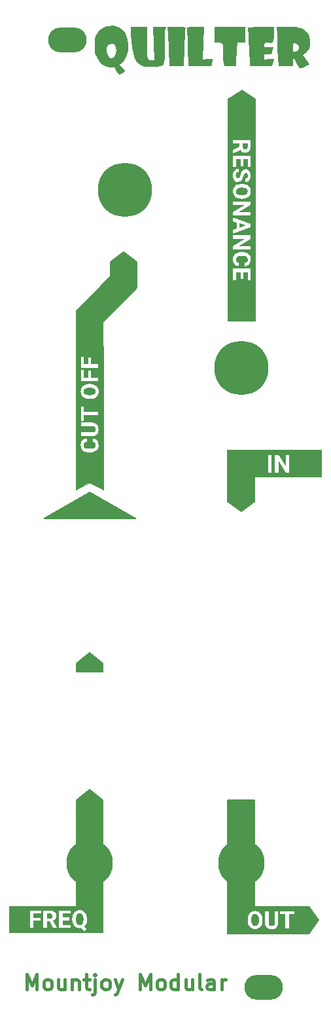
<source format=gbr>
%TF.GenerationSoftware,KiCad,Pcbnew,(6.0.11)*%
%TF.CreationDate,2023-03-02T10:52:13+00:00*%
%TF.ProjectId,Quilter_Panel,5175696c-7465-4725-9f50-616e656c2e6b,rev?*%
%TF.SameCoordinates,Original*%
%TF.FileFunction,Soldermask,Top*%
%TF.FilePolarity,Negative*%
%FSLAX46Y46*%
G04 Gerber Fmt 4.6, Leading zero omitted, Abs format (unit mm)*
G04 Created by KiCad (PCBNEW (6.0.11)) date 2023-03-02 10:52:13*
%MOMM*%
%LPD*%
G01*
G04 APERTURE LIST*
%ADD10C,0.200000*%
%ADD11C,0.100000*%
%ADD12C,0.400000*%
%ADD13C,7.000000*%
%ADD14O,5.000000X3.200000*%
%ADD15C,6.000000*%
G04 APERTURE END LIST*
D10*
G36*
X62082164Y-114780478D02*
G01*
X62082164Y-115880478D01*
X58682164Y-115880478D01*
X58682164Y-114780478D01*
X60400000Y-113480478D01*
X62082164Y-114780478D01*
G37*
X62082164Y-114780478D02*
X62082164Y-115880478D01*
X58682164Y-115880478D01*
X58682164Y-114780478D01*
X60400000Y-113480478D01*
X62082164Y-114780478D01*
D11*
G36*
X62200000Y-92400000D02*
G01*
X60400000Y-91400000D01*
X58600000Y-92400000D01*
X58600000Y-90200000D01*
X62200000Y-90200000D01*
X62200000Y-92400000D01*
G37*
X62200000Y-92400000D02*
X60400000Y-91400000D01*
X58600000Y-92400000D01*
X58600000Y-90200000D01*
X62200000Y-90200000D01*
X62200000Y-92400000D01*
G36*
X62021584Y-93523982D02*
G01*
X66299987Y-95989501D01*
X66299988Y-96089501D01*
X54499997Y-96089490D01*
X54499999Y-95989490D01*
X60400000Y-92589510D01*
X62021584Y-93523982D01*
G37*
X62021584Y-93523982D02*
X66299987Y-95989501D01*
X66299988Y-96089501D01*
X54499997Y-96089490D01*
X54499999Y-95989490D01*
X60400000Y-92589510D01*
X62021584Y-93523982D01*
D10*
G36*
X81699926Y-132490077D02*
G01*
X81694808Y-146320740D01*
X78294742Y-146316413D01*
X78299860Y-132489942D01*
X81699926Y-132490077D01*
G37*
X81699926Y-132490077D02*
X81694808Y-146320740D01*
X78294742Y-146316413D01*
X78299860Y-132489942D01*
X81699926Y-132490077D01*
G36*
X66475178Y-66281344D02*
G01*
X61075913Y-71679148D01*
X58671919Y-69274844D01*
X64074147Y-63874076D01*
X66475178Y-66281344D01*
G37*
X66475178Y-66281344D02*
X61075913Y-71679148D01*
X58671919Y-69274844D01*
X64074147Y-63874076D01*
X66475178Y-66281344D01*
G36*
X81700000Y-93850000D02*
G01*
X80000000Y-95150000D01*
X78300000Y-93850000D01*
X78300000Y-87300000D01*
X81700000Y-87300000D01*
X81700000Y-93850000D01*
G37*
X81700000Y-93850000D02*
X80000000Y-95150000D01*
X78300000Y-93850000D01*
X78300000Y-87300000D01*
X81700000Y-87300000D01*
X81700000Y-93850000D01*
G36*
X66500000Y-62895837D02*
G01*
X66500001Y-66195838D01*
X63099999Y-66195838D01*
X63100000Y-62895837D01*
X64800000Y-61595838D01*
X66500000Y-62895837D01*
G37*
X66500000Y-62895837D02*
X66500001Y-66195838D01*
X63099999Y-66195838D01*
X63100000Y-62895837D01*
X64800000Y-61595838D01*
X66500000Y-62895837D01*
G36*
X62100000Y-132464847D02*
G01*
X62100000Y-138864847D01*
X58700000Y-138864847D01*
X58700000Y-132464847D01*
X60400000Y-131164847D01*
X62100000Y-132464847D01*
G37*
X62100000Y-132464847D02*
X62100000Y-138864847D01*
X58700000Y-138864847D01*
X58700000Y-132464847D01*
X60400000Y-131164847D01*
X62100000Y-132464847D01*
G36*
X62127830Y-69295341D02*
G01*
X62129163Y-73743487D01*
X58670534Y-73743252D01*
X58669201Y-69290916D01*
X62127830Y-69295341D01*
G37*
X62127830Y-69295341D02*
X62129163Y-73743487D01*
X58670534Y-73743252D01*
X58669201Y-69290916D01*
X62127830Y-69295341D01*
G36*
X62100000Y-137600112D02*
G01*
X62097642Y-146251401D01*
X58697642Y-146246985D01*
X58700000Y-137599888D01*
X62100000Y-137600112D01*
G37*
X62100000Y-137600112D02*
X62097642Y-146251401D01*
X58697642Y-146246985D01*
X58700000Y-137599888D01*
X62100000Y-137600112D01*
D12*
X52238095Y-157004761D02*
X52238095Y-155004761D01*
X52904761Y-156433333D01*
X53571428Y-155004761D01*
X53571428Y-157004761D01*
X54809523Y-157004761D02*
X54619047Y-156909523D01*
X54523809Y-156814285D01*
X54428571Y-156623809D01*
X54428571Y-156052380D01*
X54523809Y-155861904D01*
X54619047Y-155766666D01*
X54809523Y-155671428D01*
X55095238Y-155671428D01*
X55285714Y-155766666D01*
X55380952Y-155861904D01*
X55476190Y-156052380D01*
X55476190Y-156623809D01*
X55380952Y-156814285D01*
X55285714Y-156909523D01*
X55095238Y-157004761D01*
X54809523Y-157004761D01*
X57190476Y-155671428D02*
X57190476Y-157004761D01*
X56333333Y-155671428D02*
X56333333Y-156719047D01*
X56428571Y-156909523D01*
X56619047Y-157004761D01*
X56904761Y-157004761D01*
X57095238Y-156909523D01*
X57190476Y-156814285D01*
X58142857Y-155671428D02*
X58142857Y-157004761D01*
X58142857Y-155861904D02*
X58238095Y-155766666D01*
X58428571Y-155671428D01*
X58714285Y-155671428D01*
X58904761Y-155766666D01*
X59000000Y-155957142D01*
X59000000Y-157004761D01*
X59666666Y-155671428D02*
X60428571Y-155671428D01*
X59952380Y-155004761D02*
X59952380Y-156719047D01*
X60047619Y-156909523D01*
X60238095Y-157004761D01*
X60428571Y-157004761D01*
X61095238Y-155671428D02*
X61095238Y-157385714D01*
X61000000Y-157576190D01*
X60809523Y-157671428D01*
X60714285Y-157671428D01*
X61095238Y-155004761D02*
X61000000Y-155100000D01*
X61095238Y-155195238D01*
X61190476Y-155100000D01*
X61095238Y-155004761D01*
X61095238Y-155195238D01*
X62333333Y-157004761D02*
X62142857Y-156909523D01*
X62047619Y-156814285D01*
X61952380Y-156623809D01*
X61952380Y-156052380D01*
X62047619Y-155861904D01*
X62142857Y-155766666D01*
X62333333Y-155671428D01*
X62619047Y-155671428D01*
X62809523Y-155766666D01*
X62904761Y-155861904D01*
X63000000Y-156052380D01*
X63000000Y-156623809D01*
X62904761Y-156814285D01*
X62809523Y-156909523D01*
X62619047Y-157004761D01*
X62333333Y-157004761D01*
X63666666Y-155671428D02*
X64142857Y-157004761D01*
X64619047Y-155671428D02*
X64142857Y-157004761D01*
X63952380Y-157480952D01*
X63857142Y-157576190D01*
X63666666Y-157671428D01*
X66904761Y-157004761D02*
X66904761Y-155004761D01*
X67571428Y-156433333D01*
X68238095Y-155004761D01*
X68238095Y-157004761D01*
X69476190Y-157004761D02*
X69285714Y-156909523D01*
X69190476Y-156814285D01*
X69095238Y-156623809D01*
X69095238Y-156052380D01*
X69190476Y-155861904D01*
X69285714Y-155766666D01*
X69476190Y-155671428D01*
X69761904Y-155671428D01*
X69952380Y-155766666D01*
X70047619Y-155861904D01*
X70142857Y-156052380D01*
X70142857Y-156623809D01*
X70047619Y-156814285D01*
X69952380Y-156909523D01*
X69761904Y-157004761D01*
X69476190Y-157004761D01*
X71857142Y-157004761D02*
X71857142Y-155004761D01*
X71857142Y-156909523D02*
X71666666Y-157004761D01*
X71285714Y-157004761D01*
X71095238Y-156909523D01*
X71000000Y-156814285D01*
X70904761Y-156623809D01*
X70904761Y-156052380D01*
X71000000Y-155861904D01*
X71095238Y-155766666D01*
X71285714Y-155671428D01*
X71666666Y-155671428D01*
X71857142Y-155766666D01*
X73666666Y-155671428D02*
X73666666Y-157004761D01*
X72809523Y-155671428D02*
X72809523Y-156719047D01*
X72904761Y-156909523D01*
X73095238Y-157004761D01*
X73380952Y-157004761D01*
X73571428Y-156909523D01*
X73666666Y-156814285D01*
X74904761Y-157004761D02*
X74714285Y-156909523D01*
X74619047Y-156719047D01*
X74619047Y-155004761D01*
X76523809Y-157004761D02*
X76523809Y-155957142D01*
X76428571Y-155766666D01*
X76238095Y-155671428D01*
X75857142Y-155671428D01*
X75666666Y-155766666D01*
X76523809Y-156909523D02*
X76333333Y-157004761D01*
X75857142Y-157004761D01*
X75666666Y-156909523D01*
X75571428Y-156719047D01*
X75571428Y-156528571D01*
X75666666Y-156338095D01*
X75857142Y-156242857D01*
X76333333Y-156242857D01*
X76523809Y-156147619D01*
X77476190Y-157004761D02*
X77476190Y-155671428D01*
X77476190Y-156052380D02*
X77571428Y-155861904D01*
X77666666Y-155766666D01*
X77857142Y-155671428D01*
X78047619Y-155671428D01*
%TO.C,kibuzzard-6400749B*%
G36*
X58578923Y-90180121D02*
G01*
X58578923Y-86596360D01*
X59240381Y-86596360D01*
X59255109Y-86776797D01*
X59299292Y-86941903D01*
X59372931Y-87091679D01*
X59534355Y-87280233D01*
X59753528Y-87419566D01*
X59927505Y-87483300D01*
X60118708Y-87521541D01*
X60327136Y-87534288D01*
X60465112Y-87534288D01*
X60706522Y-87518736D01*
X60920705Y-87472082D01*
X61107660Y-87394325D01*
X61267389Y-87285465D01*
X61395240Y-87149476D01*
X61486562Y-86990328D01*
X61541355Y-86808024D01*
X61559619Y-86602561D01*
X61536365Y-86355117D01*
X61466602Y-86141952D01*
X61350330Y-85963066D01*
X61193578Y-85825348D01*
X61002375Y-85735689D01*
X60776721Y-85694090D01*
X60776721Y-86159178D01*
X60955974Y-86197354D01*
X61081354Y-86280876D01*
X61155186Y-86414395D01*
X61179797Y-86602561D01*
X61137552Y-86809332D01*
X61010815Y-86952153D01*
X60876284Y-87013734D01*
X60698001Y-87050682D01*
X60475964Y-87062998D01*
X60305432Y-87062998D01*
X60092267Y-87048443D01*
X59919926Y-87008910D01*
X59788409Y-86944401D01*
X59663417Y-86799642D01*
X59621753Y-86596360D01*
X59646364Y-86409744D01*
X59720197Y-86277775D01*
X59848677Y-86195028D01*
X60037231Y-86156077D01*
X60037231Y-85690989D01*
X59803826Y-85738187D01*
X59607973Y-85830171D01*
X59449670Y-85966941D01*
X59333398Y-86142986D01*
X59263635Y-86352792D01*
X59240381Y-86596360D01*
X58578923Y-86596360D01*
X58578923Y-85410386D01*
X59271387Y-85410386D01*
X60775171Y-85410386D01*
X61001686Y-85381964D01*
X61193405Y-85302899D01*
X61350330Y-85173191D01*
X61466602Y-85000075D01*
X61536365Y-84790786D01*
X61559619Y-84545323D01*
X61535676Y-84296501D01*
X61463845Y-84085402D01*
X61344128Y-83912028D01*
X61183242Y-83783268D01*
X60987906Y-83706011D01*
X60758118Y-83680259D01*
X59271387Y-83680259D01*
X59271387Y-84146897D01*
X60773621Y-84146897D01*
X60954036Y-84174124D01*
X61082904Y-84249604D01*
X61160225Y-84373337D01*
X61185999Y-84545323D01*
X61160612Y-84712561D01*
X61084454Y-84839103D01*
X60952873Y-84918749D01*
X60761218Y-84945298D01*
X59271387Y-84945298D01*
X59271387Y-85410386D01*
X58578923Y-85410386D01*
X58578923Y-83438413D01*
X59271387Y-83438413D01*
X59648108Y-83438413D01*
X59648108Y-82756285D01*
X61528613Y-82756285D01*
X61528613Y-82291197D01*
X59648108Y-82291197D01*
X59648108Y-81599766D01*
X59271387Y-81599766D01*
X59271387Y-83438413D01*
X58578923Y-83438413D01*
X58578923Y-79651048D01*
X59240381Y-79651048D01*
X59255453Y-79832174D01*
X59300670Y-79999347D01*
X59376031Y-80152568D01*
X59479557Y-80287788D01*
X59609264Y-80400959D01*
X59765155Y-80492082D01*
X59943008Y-80558830D01*
X60138603Y-80598880D01*
X60351941Y-80612229D01*
X60463562Y-80612229D01*
X60672249Y-80597932D01*
X60864227Y-80557108D01*
X61039496Y-80489756D01*
X61193578Y-80398117D01*
X61321994Y-80284429D01*
X61424744Y-80148692D01*
X61499674Y-79995213D01*
X61544633Y-79828298D01*
X61559619Y-79647947D01*
X61544461Y-79465960D01*
X61498985Y-79298270D01*
X61423193Y-79144877D01*
X61319496Y-79009916D01*
X61190305Y-78897519D01*
X61035620Y-78807688D01*
X60859059Y-78742232D01*
X60664239Y-78702957D01*
X60451160Y-78689866D01*
X60350391Y-78689866D01*
X60137914Y-78703216D01*
X59942836Y-78743265D01*
X59765155Y-78810014D01*
X59609264Y-78901137D01*
X59479557Y-79014308D01*
X59376031Y-79149528D01*
X59300670Y-79302749D01*
X59255453Y-79469922D01*
X59240381Y-79651048D01*
X58578923Y-79651048D01*
X58578923Y-78351902D01*
X59271387Y-78351902D01*
X61528613Y-78351902D01*
X61528613Y-77886814D01*
X60606189Y-77886814D01*
X60606189Y-76993846D01*
X60231018Y-76993846D01*
X60231018Y-77886814D01*
X59648108Y-77886814D01*
X59648108Y-76882225D01*
X59271387Y-76882225D01*
X59271387Y-78351902D01*
X58578923Y-78351902D01*
X58578923Y-76612474D01*
X59271387Y-76612474D01*
X61528613Y-76612474D01*
X61528613Y-76147386D01*
X60606189Y-76147386D01*
X60606189Y-75254417D01*
X60231018Y-75254417D01*
X60231018Y-76147386D01*
X59648108Y-76147386D01*
X59648108Y-75142796D01*
X59271387Y-75142796D01*
X59271387Y-76612474D01*
X58578923Y-76612474D01*
X58578923Y-73819879D01*
X62221077Y-73819879D01*
X62221077Y-90180121D01*
X58578923Y-90180121D01*
G37*
G36*
X60674832Y-79175969D02*
G01*
X60853375Y-79218344D01*
X60994537Y-79288279D01*
X61132320Y-79440983D01*
X61178247Y-79647947D01*
X61130576Y-79858787D01*
X60987561Y-80013816D01*
X60843212Y-80084441D01*
X60664411Y-80126815D01*
X60451160Y-80140940D01*
X60341089Y-80140940D01*
X60125340Y-80125954D01*
X59947314Y-80083063D01*
X59807013Y-80012266D01*
X59670393Y-79858399D01*
X59624854Y-79651048D01*
X59670975Y-79442533D01*
X59809338Y-79288279D01*
X59951276Y-79217655D01*
X60131110Y-79175280D01*
X60348840Y-79161155D01*
X60458911Y-79161155D01*
X60674832Y-79175969D01*
G37*
%TO.C,G\u002A\u002A\u002A*%
G36*
X72179778Y-32530985D02*
G01*
X72524342Y-32541528D01*
X72718791Y-32569349D01*
X72800956Y-32622835D01*
X72808668Y-32710370D01*
X72793150Y-32783334D01*
X72770764Y-32970866D01*
X72743793Y-33345358D01*
X72714381Y-33868092D01*
X72684671Y-34500349D01*
X72656806Y-35203412D01*
X72652541Y-35323334D01*
X72572592Y-37609334D01*
X70709111Y-37609334D01*
X70634108Y-35379778D01*
X70607903Y-34672623D01*
X70579400Y-34025383D01*
X70550745Y-33478648D01*
X70524082Y-33073005D01*
X70501554Y-32849046D01*
X70499916Y-32839778D01*
X70440727Y-32529334D01*
X71647268Y-32529334D01*
X72179778Y-32530985D01*
G37*
G36*
X84258152Y-33347778D02*
G01*
X84231501Y-33898345D01*
X84196454Y-34260868D01*
X84131778Y-34472717D01*
X84016239Y-34571259D01*
X83828604Y-34593864D01*
X83558761Y-34578661D01*
X83223003Y-34562909D01*
X83054569Y-34593030D01*
X82995908Y-34694693D01*
X82989333Y-34832661D01*
X83005634Y-35004896D01*
X83092698Y-35091798D01*
X83307768Y-35122367D01*
X83567889Y-35125778D01*
X84146444Y-35125778D01*
X84075889Y-35478556D01*
X84026274Y-35755343D01*
X84005336Y-35929184D01*
X84005333Y-35930111D01*
X83904407Y-35989027D01*
X83649061Y-36024362D01*
X83497333Y-36028889D01*
X83185039Y-36038423D01*
X83037136Y-36095125D01*
X82992291Y-36241145D01*
X82989333Y-36378004D01*
X82989333Y-36727118D01*
X83610203Y-36688448D01*
X84231072Y-36649778D01*
X84159820Y-37044889D01*
X84099441Y-37332071D01*
X84045638Y-37513853D01*
X84040288Y-37524667D01*
X83915533Y-37556495D01*
X83609153Y-37582860D01*
X83165278Y-37601263D01*
X82628044Y-37609200D01*
X82546549Y-37609334D01*
X81101089Y-37609334D01*
X81018434Y-35219816D01*
X80991189Y-34501367D01*
X80962143Y-33855008D01*
X80933264Y-33316382D01*
X80906524Y-32921129D01*
X80883893Y-32704892D01*
X80878034Y-32679816D01*
X80895476Y-32621006D01*
X81018464Y-32579067D01*
X81274624Y-32551524D01*
X81691585Y-32535901D01*
X82296974Y-32529723D01*
X82557612Y-32529334D01*
X84294936Y-32529334D01*
X84258152Y-33347778D01*
G37*
G36*
X84692664Y-34368770D02*
G01*
X84668874Y-33718933D01*
X84652174Y-33180821D01*
X84643527Y-32787209D01*
X84643894Y-32570875D01*
X84647478Y-32539727D01*
X84766568Y-32521299D01*
X85065877Y-32505415D01*
X85499850Y-32493799D01*
X86008125Y-32488232D01*
X86621768Y-32492245D01*
X87065971Y-32514812D01*
X87396776Y-32562904D01*
X87670225Y-32643489D01*
X87843555Y-32716504D01*
X88361699Y-33005621D01*
X88693663Y-33335451D01*
X88878570Y-33761344D01*
X88952417Y-34285309D01*
X88967043Y-34714575D01*
X88931044Y-35011602D01*
X88825053Y-35267751D01*
X88701934Y-35466995D01*
X88511589Y-35730895D01*
X88364266Y-35893242D01*
X88321731Y-35917729D01*
X88163121Y-35973202D01*
X88078732Y-36020691D01*
X88019404Y-36110245D01*
X88073295Y-36265291D01*
X88258640Y-36524019D01*
X88403472Y-36700815D01*
X88641501Y-36997296D01*
X88800334Y-37218950D01*
X88845723Y-37317963D01*
X88845629Y-37318050D01*
X88729449Y-37385593D01*
X88473069Y-37520525D01*
X88221286Y-37648605D01*
X87875558Y-37809108D01*
X87668038Y-37862883D01*
X87544172Y-37820759D01*
X87513516Y-37789063D01*
X87393164Y-37611944D01*
X87210968Y-37309269D01*
X87053164Y-37030655D01*
X86718756Y-36424000D01*
X86714666Y-37609334D01*
X84830901Y-37609334D01*
X84733641Y-35354029D01*
X86714850Y-35354029D01*
X86739786Y-35616353D01*
X86782147Y-35720074D01*
X86942021Y-35741932D01*
X87189214Y-35655497D01*
X87363778Y-35545987D01*
X87496211Y-35320266D01*
X87469893Y-35035745D01*
X87299101Y-34778664D01*
X87227631Y-34723539D01*
X86992289Y-34615304D01*
X86832520Y-34614710D01*
X86765450Y-34760319D01*
X86724815Y-35037721D01*
X86714850Y-35354029D01*
X84733641Y-35354029D01*
X84722581Y-35097556D01*
X84692664Y-34368770D01*
G37*
G36*
X67805778Y-34420196D02*
G01*
X67811119Y-35219606D01*
X67832040Y-35820909D01*
X67875887Y-36251625D01*
X67950008Y-36539273D01*
X68061748Y-36711374D01*
X68218454Y-36795449D01*
X68427473Y-36819016D01*
X68446171Y-36819111D01*
X68796400Y-36819111D01*
X68714748Y-34674223D01*
X68633096Y-32529334D01*
X70261111Y-32529334D01*
X70190555Y-32882111D01*
X70167804Y-33106963D01*
X70148104Y-33513820D01*
X70132730Y-34058917D01*
X70122956Y-34698489D01*
X70120000Y-35305251D01*
X70120658Y-36083027D01*
X70110121Y-36664616D01*
X70069617Y-37079483D01*
X69980376Y-37357090D01*
X69823628Y-37526902D01*
X69580604Y-37618383D01*
X69232532Y-37660997D01*
X68760644Y-37684207D01*
X68599870Y-37691426D01*
X68085670Y-37708355D01*
X67725995Y-37694581D01*
X67450557Y-37640235D01*
X67189067Y-37535444D01*
X67072000Y-37476866D01*
X66765245Y-37290252D01*
X66516845Y-37062799D01*
X66317874Y-36767429D01*
X66159406Y-36377066D01*
X66032515Y-35864634D01*
X65928277Y-35203054D01*
X65837764Y-34365251D01*
X65766705Y-33517111D01*
X65690629Y-32529334D01*
X66748203Y-32529307D01*
X67805778Y-32529280D01*
X67805778Y-34420196D01*
G37*
G36*
X75144466Y-34632821D02*
G01*
X75061445Y-36736309D01*
X75705665Y-36682885D01*
X76349885Y-36629462D01*
X76282942Y-36964175D01*
X76234132Y-37257496D01*
X76216000Y-37454111D01*
X76172835Y-37519046D01*
X76022960Y-37563881D01*
X75735806Y-37591766D01*
X75280805Y-37605852D01*
X74709491Y-37609334D01*
X73202982Y-37609334D01*
X73124741Y-35236680D01*
X73098392Y-34519447D01*
X73069544Y-33873113D01*
X73040221Y-33333796D01*
X73012450Y-32937614D01*
X72988256Y-32720685D01*
X72982283Y-32696680D01*
X72984572Y-32620300D01*
X73085198Y-32570818D01*
X73319320Y-32542840D01*
X73722098Y-32530970D01*
X74072777Y-32529334D01*
X75227487Y-32529334D01*
X75144466Y-34632821D01*
G37*
G36*
X80576930Y-32783334D02*
G01*
X80541434Y-33025965D01*
X80516248Y-33407301D01*
X80507319Y-33799334D01*
X80505778Y-34561334D01*
X79522907Y-34561334D01*
X79449898Y-35425033D01*
X79412415Y-35962757D01*
X79386074Y-36520721D01*
X79376889Y-36949033D01*
X79376889Y-37609334D01*
X78599833Y-37609334D01*
X78186203Y-37602780D01*
X77944313Y-37572319D01*
X77820255Y-37501749D01*
X77760122Y-37374869D01*
X77754708Y-37355334D01*
X77724825Y-37134146D01*
X77701263Y-36752078D01*
X77687377Y-36274008D01*
X77685097Y-36009900D01*
X77677612Y-35518962D01*
X77658790Y-35101539D01*
X77631930Y-34817413D01*
X77615033Y-34739900D01*
X77472691Y-34613176D01*
X77153491Y-34563085D01*
X77050589Y-34561334D01*
X76554666Y-34561334D01*
X76554666Y-32529334D01*
X80644999Y-32529334D01*
X80576930Y-32783334D01*
G37*
G36*
X61036115Y-34956445D02*
G01*
X61041786Y-34444277D01*
X61072581Y-34086283D01*
X61142531Y-33811133D01*
X61265665Y-33547493D01*
X61338262Y-33420237D01*
X61671131Y-32954777D01*
X62057406Y-32648418D01*
X62571098Y-32447895D01*
X62752552Y-32402374D01*
X63431113Y-32353911D01*
X64065789Y-32511734D01*
X64617292Y-32856397D01*
X65046333Y-33368455D01*
X65166473Y-33597108D01*
X65327007Y-34148681D01*
X65387259Y-34815988D01*
X65349091Y-35513409D01*
X65214367Y-36155328D01*
X65104530Y-36443600D01*
X64896729Y-36809266D01*
X64659730Y-37111691D01*
X64526353Y-37228303D01*
X64220107Y-37428963D01*
X64655631Y-37794608D01*
X64893235Y-38009826D01*
X65026557Y-38162040D01*
X65037355Y-38203573D01*
X64917165Y-38290502D01*
X64688906Y-38449977D01*
X64633600Y-38488187D01*
X64283644Y-38729481D01*
X63969825Y-38401925D01*
X63766934Y-38129000D01*
X63718499Y-37914856D01*
X63723571Y-37898295D01*
X63726389Y-37794159D01*
X63602613Y-37740484D01*
X63308503Y-37722468D01*
X63202012Y-37721801D01*
X62604569Y-37652244D01*
X62109793Y-37428593D01*
X61682439Y-37026953D01*
X61287572Y-36424000D01*
X61159871Y-36146045D01*
X61083202Y-35839169D01*
X61053507Y-35518004D01*
X62631703Y-35518004D01*
X62689756Y-35960926D01*
X62843960Y-36321311D01*
X63064382Y-36545697D01*
X63233778Y-36593334D01*
X63449252Y-36505207D01*
X63645101Y-36302211D01*
X63772731Y-35980743D01*
X63828656Y-35574630D01*
X63809969Y-35177233D01*
X63713765Y-34881910D01*
X63690325Y-34849571D01*
X63473513Y-34717425D01*
X63233778Y-34674223D01*
X62906349Y-34752012D01*
X62709851Y-34995440D01*
X62633514Y-35419599D01*
X62631703Y-35518004D01*
X61053507Y-35518004D01*
X61045813Y-35434787D01*
X61036115Y-34956445D01*
G37*
%TO.C,kibuzzard-63FBA5D0*%
G36*
X78203248Y-146178923D02*
G01*
X88882700Y-146178923D01*
X90096752Y-148000000D01*
X88882700Y-149821077D01*
X78203248Y-149821077D01*
X78203248Y-148063562D01*
X80849082Y-148063562D01*
X80863379Y-148272249D01*
X80904203Y-148464227D01*
X80971555Y-148639496D01*
X81063194Y-148793578D01*
X81176883Y-148921994D01*
X81312619Y-149024744D01*
X81466098Y-149099674D01*
X81633013Y-149144633D01*
X81813364Y-149159619D01*
X81995351Y-149144461D01*
X82163041Y-149098985D01*
X82316434Y-149023193D01*
X82451396Y-148919496D01*
X82563792Y-148790305D01*
X82653623Y-148635620D01*
X82719080Y-148459059D01*
X82735991Y-148375171D01*
X83087705Y-148375171D01*
X83116127Y-148601686D01*
X83195192Y-148793405D01*
X83324900Y-148950330D01*
X83498016Y-149066602D01*
X83707305Y-149136365D01*
X83952768Y-149159619D01*
X84201590Y-149135676D01*
X84412689Y-149063845D01*
X84586063Y-148944128D01*
X84714823Y-148783242D01*
X84792080Y-148587906D01*
X84817832Y-148358118D01*
X84817832Y-147248108D01*
X85059677Y-147248108D01*
X85741806Y-147248108D01*
X85741806Y-149128613D01*
X86206894Y-149128613D01*
X86206894Y-147248108D01*
X86898325Y-147248108D01*
X86898325Y-146871387D01*
X85059677Y-146871387D01*
X85059677Y-147248108D01*
X84817832Y-147248108D01*
X84817832Y-146871387D01*
X84351194Y-146871387D01*
X84351194Y-148373621D01*
X84323967Y-148554036D01*
X84248487Y-148682904D01*
X84124754Y-148760225D01*
X83952768Y-148785999D01*
X83785530Y-148760612D01*
X83658988Y-148684454D01*
X83579341Y-148552873D01*
X83552793Y-148361218D01*
X83552793Y-146871387D01*
X83087705Y-146871387D01*
X83087705Y-148375171D01*
X82735991Y-148375171D01*
X82758354Y-148264239D01*
X82771445Y-148051160D01*
X82771445Y-147950391D01*
X82758095Y-147737914D01*
X82718046Y-147542836D01*
X82651297Y-147365155D01*
X82560175Y-147209264D01*
X82447003Y-147079557D01*
X82311783Y-146976031D01*
X82158563Y-146900670D01*
X81991389Y-146855453D01*
X81810263Y-146840381D01*
X81629138Y-146855453D01*
X81461964Y-146900670D01*
X81308744Y-146976031D01*
X81173524Y-147079557D01*
X81060352Y-147209264D01*
X80969229Y-147365155D01*
X80902481Y-147543008D01*
X80862432Y-147738603D01*
X80849082Y-147951941D01*
X80849082Y-148063562D01*
X78203248Y-148063562D01*
X78203248Y-146178923D01*
G37*
G36*
X82018778Y-147270975D02*
G01*
X82173032Y-147409338D01*
X82243656Y-147551276D01*
X82286031Y-147731110D01*
X82300156Y-147948840D01*
X82300156Y-148058911D01*
X82285342Y-148274832D01*
X82242967Y-148453375D01*
X82173032Y-148594537D01*
X82020328Y-148732320D01*
X81813364Y-148778247D01*
X81602524Y-148730576D01*
X81447495Y-148587561D01*
X81376870Y-148443212D01*
X81334496Y-148264411D01*
X81320371Y-148051160D01*
X81320371Y-147941089D01*
X81335357Y-147725340D01*
X81378248Y-147547314D01*
X81449045Y-147407013D01*
X81602912Y-147270393D01*
X81810263Y-147224854D01*
X82018778Y-147270975D01*
G37*
%TO.C,kibuzzard-63FBD1AD*%
G36*
X80851892Y-47962568D02*
G01*
X80829025Y-48125930D01*
X80760425Y-48240845D01*
X80651904Y-48308865D01*
X80509277Y-48331538D01*
X80369557Y-48307508D01*
X80263556Y-48235419D01*
X80196700Y-48119535D01*
X80174414Y-47964118D01*
X80174414Y-47588947D01*
X80851892Y-47588947D01*
X80851892Y-47962568D01*
G37*
G36*
X80374660Y-53305911D02*
G01*
X80552686Y-53348802D01*
X80692987Y-53419599D01*
X80829607Y-53573466D01*
X80875146Y-53780817D01*
X80829025Y-53989332D01*
X80690662Y-54143586D01*
X80548724Y-54214210D01*
X80368890Y-54256585D01*
X80151160Y-54270710D01*
X80041089Y-54270710D01*
X79825168Y-54255896D01*
X79646625Y-54213521D01*
X79505463Y-54143586D01*
X79367680Y-53990882D01*
X79321753Y-53783918D01*
X79369424Y-53573078D01*
X79512439Y-53418049D01*
X79656788Y-53347424D01*
X79835589Y-53305050D01*
X80048840Y-53290925D01*
X80158911Y-53290925D01*
X80374660Y-53305911D01*
G37*
G36*
X80100000Y-40618141D02*
G01*
X81921077Y-41832193D01*
X81921077Y-70581859D01*
X78278923Y-70581859D01*
X78278923Y-65290192D01*
X78971387Y-65290192D01*
X79345007Y-65290192D01*
X79345007Y-64242194D01*
X79949622Y-64242194D01*
X79949622Y-65135163D01*
X80313940Y-65135163D01*
X80313940Y-64242194D01*
X80851892Y-64242194D01*
X80851892Y-65287092D01*
X81228613Y-65287092D01*
X81228613Y-63777106D01*
X78971387Y-63777106D01*
X78971387Y-65290192D01*
X78278923Y-65290192D01*
X78278923Y-62563227D01*
X78940381Y-62563227D01*
X78963635Y-62810671D01*
X79033398Y-63023836D01*
X79149670Y-63202723D01*
X79306422Y-63340441D01*
X79497625Y-63430099D01*
X79723279Y-63471699D01*
X79723279Y-63006611D01*
X79544026Y-62968435D01*
X79418646Y-62884913D01*
X79344814Y-62751394D01*
X79320203Y-62563227D01*
X79362448Y-62356457D01*
X79489185Y-62213636D01*
X79623716Y-62152055D01*
X79801999Y-62115106D01*
X80024036Y-62102790D01*
X80194568Y-62102790D01*
X80407733Y-62117346D01*
X80580074Y-62156878D01*
X80711591Y-62221387D01*
X80836583Y-62366146D01*
X80878247Y-62569428D01*
X80853636Y-62756045D01*
X80779803Y-62888013D01*
X80651323Y-62970760D01*
X80462769Y-63009711D01*
X80462769Y-63474799D01*
X80696174Y-63427601D01*
X80892027Y-63335617D01*
X81050330Y-63198847D01*
X81166602Y-63022803D01*
X81236365Y-62812996D01*
X81259619Y-62569428D01*
X81244891Y-62388991D01*
X81200708Y-62223885D01*
X81127069Y-62074110D01*
X80965645Y-61885555D01*
X80746472Y-61746223D01*
X80572495Y-61682488D01*
X80381292Y-61644248D01*
X80172864Y-61631501D01*
X80034888Y-61631501D01*
X79793478Y-61647052D01*
X79579295Y-61693706D01*
X79392340Y-61771463D01*
X79232611Y-61880323D01*
X79104760Y-62016313D01*
X79013438Y-62175460D01*
X78958645Y-62357765D01*
X78940381Y-62563227D01*
X78278923Y-62563227D01*
X78278923Y-61293537D01*
X78971387Y-61293537D01*
X81228613Y-61293537D01*
X81228613Y-60829999D01*
X79740332Y-60829999D01*
X81228613Y-59923078D01*
X81228613Y-59457990D01*
X78971387Y-59457990D01*
X78971387Y-59923078D01*
X80456567Y-59923078D01*
X78971387Y-60828449D01*
X78971387Y-61293537D01*
X78278923Y-61293537D01*
X78278923Y-57625544D01*
X78971387Y-57625544D01*
X79436475Y-57780573D01*
X79436475Y-58596027D01*
X78971387Y-58752607D01*
X78971387Y-59247150D01*
X81228613Y-58402241D01*
X81228613Y-57971259D01*
X78971387Y-57131000D01*
X78971387Y-57625544D01*
X78278923Y-57625544D01*
X78278923Y-56915510D01*
X78971387Y-56915510D01*
X81228613Y-56915510D01*
X81228613Y-56451972D01*
X79740332Y-56451972D01*
X81228613Y-55545051D01*
X81228613Y-55079963D01*
X78971387Y-55079963D01*
X78971387Y-55545051D01*
X80456567Y-55545051D01*
X78971387Y-56450422D01*
X78971387Y-56915510D01*
X78278923Y-56915510D01*
X78278923Y-53783918D01*
X78940381Y-53783918D01*
X78955539Y-53965905D01*
X79001015Y-54133595D01*
X79076807Y-54286988D01*
X79180504Y-54421950D01*
X79309695Y-54534346D01*
X79464380Y-54624177D01*
X79640941Y-54689634D01*
X79835761Y-54728908D01*
X80048840Y-54741999D01*
X80149609Y-54741999D01*
X80362086Y-54728649D01*
X80557164Y-54688600D01*
X80734845Y-54621851D01*
X80890736Y-54530728D01*
X81020443Y-54417557D01*
X81123969Y-54282337D01*
X81199330Y-54129116D01*
X81244547Y-53961943D01*
X81259619Y-53780817D01*
X81244547Y-53599691D01*
X81199330Y-53432518D01*
X81123969Y-53279298D01*
X81020443Y-53144078D01*
X80890736Y-53030906D01*
X80734845Y-52939783D01*
X80556992Y-52873035D01*
X80361397Y-52832985D01*
X80148059Y-52819636D01*
X80036438Y-52819636D01*
X79827751Y-52833933D01*
X79635773Y-52874757D01*
X79460504Y-52942109D01*
X79306422Y-53033748D01*
X79178006Y-53147437D01*
X79075256Y-53283173D01*
X79000326Y-53436652D01*
X78955367Y-53603567D01*
X78940381Y-53783918D01*
X78278923Y-53783918D01*
X78278923Y-51754584D01*
X78940381Y-51754584D01*
X78958898Y-51987645D01*
X79014450Y-52186599D01*
X79107037Y-52351447D01*
X79232180Y-52474609D01*
X79385401Y-52548507D01*
X79566699Y-52573139D01*
X79808545Y-52527793D01*
X80006982Y-52391755D01*
X80118431Y-52246889D01*
X80217133Y-52054135D01*
X80303088Y-51813496D01*
X80370526Y-51624166D01*
X80442615Y-51487159D01*
X80627100Y-51376313D01*
X80817010Y-51470881D01*
X80871077Y-51584440D01*
X80889099Y-51735981D01*
X80867589Y-51892948D01*
X80803058Y-52010383D01*
X80699770Y-52083634D01*
X80561987Y-52108051D01*
X80561987Y-52573139D01*
X80754224Y-52546978D01*
X80924756Y-52468494D01*
X81066414Y-52342727D01*
X81172028Y-52174714D01*
X81237721Y-51972401D01*
X81259619Y-51743732D01*
X81239465Y-51515258D01*
X81179004Y-51310425D01*
X81082692Y-51139893D01*
X80954987Y-51014320D01*
X80801701Y-50936999D01*
X80628650Y-50911225D01*
X80410059Y-50953944D01*
X80223507Y-51082102D01*
X80068994Y-51295698D01*
X79992448Y-51461967D01*
X79914740Y-51678620D01*
X79838388Y-51883259D01*
X79765912Y-52013483D01*
X79563599Y-52106501D01*
X79375238Y-52013483D01*
X79324660Y-51902250D01*
X79307800Y-51754584D01*
X79331152Y-51559248D01*
X79401205Y-51419721D01*
X79517962Y-51336005D01*
X79681421Y-51308100D01*
X79681421Y-50841462D01*
X79476007Y-50869561D01*
X79296948Y-50953858D01*
X79148701Y-51091640D01*
X79035724Y-51280195D01*
X78964217Y-51505762D01*
X78940381Y-51754584D01*
X78278923Y-51754584D01*
X78278923Y-50663178D01*
X78971387Y-50663178D01*
X79345007Y-50663178D01*
X79345007Y-49615180D01*
X79949622Y-49615180D01*
X79949622Y-50508149D01*
X80313940Y-50508149D01*
X80313940Y-49615180D01*
X80851892Y-49615180D01*
X80851892Y-50660078D01*
X81228613Y-50660078D01*
X81228613Y-49150092D01*
X78971387Y-49150092D01*
X78971387Y-50663178D01*
X78278923Y-50663178D01*
X78278923Y-47588947D01*
X78971387Y-47588947D01*
X79797693Y-47588947D01*
X79797693Y-47959467D01*
X78971387Y-48382697D01*
X78971387Y-48881892D01*
X78993091Y-48881892D01*
X79915515Y-48393549D01*
X80022679Y-48570864D01*
X80161237Y-48696632D01*
X80334676Y-48771627D01*
X80546484Y-48796625D01*
X80747161Y-48772510D01*
X80915110Y-48700163D01*
X81050330Y-48579584D01*
X81149376Y-48414564D01*
X81208804Y-48208892D01*
X81228613Y-47962568D01*
X81228613Y-47123859D01*
X78971387Y-47123859D01*
X78971387Y-47588947D01*
X78278923Y-47588947D01*
X78278923Y-41832193D01*
X80100000Y-40618141D01*
G37*
G36*
X80658105Y-58186750D02*
G01*
X79813196Y-58470454D01*
X79813196Y-57906147D01*
X80658105Y-58186750D01*
G37*
%TO.C,kibuzzard-63FBCCA9*%
G36*
X78201692Y-87209928D02*
G01*
X90458308Y-87209928D01*
X90458308Y-90790072D01*
X78201692Y-90790072D01*
X78201692Y-90128613D01*
X83493359Y-90128613D01*
X83958446Y-90128613D01*
X84389428Y-90128613D01*
X84854516Y-90128613D01*
X84854516Y-88643433D01*
X85759887Y-90128613D01*
X86224975Y-90128613D01*
X86224975Y-87871387D01*
X85761437Y-87871387D01*
X85761437Y-89359668D01*
X84854516Y-87871387D01*
X84389428Y-87871387D01*
X84389428Y-90128613D01*
X83958446Y-90128613D01*
X83958446Y-87871387D01*
X83493359Y-87871387D01*
X83493359Y-90128613D01*
X78201692Y-90128613D01*
X78201692Y-87209928D01*
G37*
%TO.C,kibuzzard-63FBA07E*%
G36*
X50017426Y-146207471D02*
G01*
X62182574Y-146207471D01*
X62182574Y-149692529D01*
X50017426Y-149692529D01*
X50017426Y-149024870D01*
X52663259Y-149024870D01*
X53128347Y-149024870D01*
X54402688Y-149024870D01*
X54867775Y-149024870D01*
X54867775Y-148198564D01*
X55238295Y-148198564D01*
X55661525Y-149024870D01*
X56160720Y-149024870D01*
X56428920Y-149024870D01*
X57942006Y-149024870D01*
X57942006Y-148651249D01*
X56894008Y-148651249D01*
X56894008Y-148046635D01*
X57786977Y-148046635D01*
X57786977Y-147959819D01*
X58143545Y-147959819D01*
X58157842Y-148168505D01*
X58198666Y-148360483D01*
X58266018Y-148535752D01*
X58357657Y-148689834D01*
X58471345Y-148818250D01*
X58607082Y-148921000D01*
X58760561Y-148995931D01*
X58927476Y-149040889D01*
X59107827Y-149055876D01*
X59278359Y-149041923D01*
X59758950Y-149427946D01*
X60055056Y-149165946D01*
X59679885Y-148871391D01*
X59841503Y-148707254D01*
X59963588Y-148496995D01*
X60020433Y-148332233D01*
X60054539Y-148149040D01*
X60065908Y-147947416D01*
X60065908Y-147846647D01*
X60052558Y-147634171D01*
X60012509Y-147439092D01*
X59945760Y-147261412D01*
X59854637Y-147105521D01*
X59741466Y-146975813D01*
X59606246Y-146872288D01*
X59453025Y-146796927D01*
X59285852Y-146751710D01*
X59104726Y-146736637D01*
X58923600Y-146751710D01*
X58756427Y-146796927D01*
X58603206Y-146872288D01*
X58467986Y-146975813D01*
X58354815Y-147105521D01*
X58263692Y-147261412D01*
X58196943Y-147439265D01*
X58156894Y-147634860D01*
X58143545Y-147848197D01*
X58143545Y-147959819D01*
X57786977Y-147959819D01*
X57786977Y-147682316D01*
X56894008Y-147682316D01*
X56894008Y-147144364D01*
X57938906Y-147144364D01*
X57938906Y-146767643D01*
X56428920Y-146767643D01*
X56428920Y-149024870D01*
X56160720Y-149024870D01*
X56160720Y-149003166D01*
X55672378Y-148080741D01*
X55849692Y-147973577D01*
X55975460Y-147835020D01*
X56050455Y-147661581D01*
X56075454Y-147449772D01*
X56051338Y-147249095D01*
X55978991Y-147081147D01*
X55858413Y-146945927D01*
X55693393Y-146846880D01*
X55487720Y-146787453D01*
X55241396Y-146767643D01*
X54402688Y-146767643D01*
X54402688Y-149024870D01*
X53128347Y-149024870D01*
X53128347Y-148102445D01*
X54021316Y-148102445D01*
X54021316Y-147727275D01*
X53128347Y-147727275D01*
X53128347Y-147144364D01*
X54132937Y-147144364D01*
X54132937Y-146767643D01*
X52663259Y-146767643D01*
X52663259Y-149024870D01*
X50017426Y-149024870D01*
X50017426Y-146207471D01*
G37*
G36*
X59313241Y-147167231D02*
G01*
X59467495Y-147305595D01*
X59538119Y-147447533D01*
X59580494Y-147627367D01*
X59594619Y-147845097D01*
X59594619Y-147955168D01*
X59579805Y-148171089D01*
X59537430Y-148349631D01*
X59467495Y-148490794D01*
X59314791Y-148628576D01*
X59107827Y-148674504D01*
X58896987Y-148626832D01*
X58741958Y-148483818D01*
X58671333Y-148339468D01*
X58628958Y-148160668D01*
X58614834Y-147947416D01*
X58614834Y-147837345D01*
X58629820Y-147621596D01*
X58672711Y-147443571D01*
X58743508Y-147303269D01*
X58897374Y-147166650D01*
X59104726Y-147121110D01*
X59313241Y-147167231D01*
G37*
G36*
X55404758Y-147167231D02*
G01*
X55519674Y-147235832D01*
X55587693Y-147344352D01*
X55610366Y-147486979D01*
X55586336Y-147626699D01*
X55514248Y-147732701D01*
X55398363Y-147799557D01*
X55242946Y-147821842D01*
X54867775Y-147821842D01*
X54867775Y-147144364D01*
X55241396Y-147144364D01*
X55404758Y-147167231D01*
G37*
%TD*%
D13*
%TO.C,Ref\u002A\u002A*%
X65000000Y-53600000D03*
%TD*%
%TO.C,Ref\u002A\u002A*%
X80000000Y-76600000D03*
%TD*%
D14*
%TO.C,Ref\u002A\u002A*%
X82900000Y-156700000D03*
%TD*%
D15*
%TO.C,Ref\u002A\u002A*%
X60400000Y-140600000D03*
%TD*%
%TO.C,Ref\u002A\u002A*%
X80000000Y-140600000D03*
%TD*%
D14*
%TO.C,Ref\u002A\u002A*%
X57500000Y-34200000D03*
%TD*%
M02*

</source>
